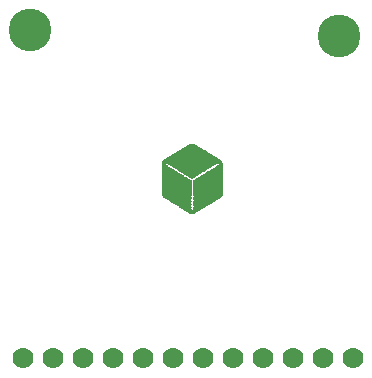
<source format=gbr>
G04 EAGLE Gerber RS-274X export*
G75*
%MOMM*%
%FSLAX34Y34*%
%LPD*%
%INSoldermask Bottom*%
%IPPOS*%
%AMOC8*
5,1,8,0,0,1.08239X$1,22.5*%
G01*
%ADD10C,3.617600*%
%ADD11C,1.778000*%
%ADD12R,0.203200X0.025400*%
%ADD13R,0.304800X0.025400*%
%ADD14R,0.406400X0.025400*%
%ADD15R,0.457200X0.025400*%
%ADD16R,0.558800X0.025400*%
%ADD17R,0.660400X0.025400*%
%ADD18R,0.711200X0.025400*%
%ADD19R,0.812800X0.025400*%
%ADD20R,0.914400X0.025400*%
%ADD21R,0.965200X0.025400*%
%ADD22R,1.066800X0.025400*%
%ADD23R,1.168400X0.025400*%
%ADD24R,1.219200X0.025400*%
%ADD25R,1.320800X0.025400*%
%ADD26R,0.685800X0.025400*%
%ADD27R,0.762000X0.025400*%
%ADD28R,0.838200X0.025400*%
%ADD29R,0.889000X0.025400*%
%ADD30R,0.939800X0.025400*%
%ADD31R,1.016000X0.025400*%
%ADD32R,1.092200X0.025400*%
%ADD33R,1.143000X0.025400*%
%ADD34R,1.270000X0.025400*%
%ADD35R,1.295400X0.025400*%
%ADD36R,1.346200X0.025400*%
%ADD37R,1.397000X0.025400*%
%ADD38R,1.422400X0.025400*%
%ADD39R,1.473200X0.025400*%
%ADD40R,1.524000X0.025400*%
%ADD41R,1.549400X0.025400*%
%ADD42R,1.600200X0.025400*%
%ADD43R,1.625600X0.025400*%
%ADD44R,1.651000X0.025400*%
%ADD45R,1.676400X0.025400*%
%ADD46R,1.727200X0.025400*%
%ADD47R,1.752600X0.025400*%
%ADD48R,1.803400X0.025400*%
%ADD49R,1.854200X0.025400*%
%ADD50R,1.879600X0.025400*%
%ADD51R,1.930400X0.025400*%
%ADD52R,1.981200X0.025400*%
%ADD53R,2.006600X0.025400*%
%ADD54R,2.057400X0.025400*%
%ADD55R,2.108200X0.025400*%
%ADD56R,2.133600X0.025400*%
%ADD57R,2.184400X0.025400*%
%ADD58R,2.209800X0.025400*%
%ADD59R,2.260600X0.025400*%
%ADD60R,2.311400X0.025400*%
%ADD61R,2.336800X0.025400*%
%ADD62R,2.362200X0.025400*%
%ADD63R,2.387600X0.025400*%
%ADD64R,2.413000X0.025400*%
%ADD65R,2.438400X0.025400*%
%ADD66R,2.463800X0.025400*%
%ADD67R,2.235200X0.025400*%
%ADD68R,0.050800X0.025400*%
%ADD69R,0.101600X0.025400*%
%ADD70R,0.355600X0.025400*%
%ADD71R,0.533400X0.025400*%
%ADD72R,0.609600X0.025400*%
%ADD73R,1.778000X0.025400*%
%ADD74R,0.863600X0.025400*%
%ADD75R,1.117600X0.025400*%
%ADD76R,1.371600X0.025400*%
%ADD77R,1.447800X0.025400*%
%ADD78R,1.193800X0.025400*%
%ADD79R,2.032000X0.025400*%
%ADD80R,2.286000X0.025400*%
%ADD81R,2.540000X0.025400*%
%ADD82R,2.590800X0.025400*%
%ADD83R,2.692400X0.025400*%
%ADD84R,2.794000X0.025400*%
%ADD85R,2.844800X0.025400*%
%ADD86R,0.736600X0.025400*%
%ADD87R,2.946400X0.025400*%
%ADD88R,3.048000X0.025400*%
%ADD89R,0.635000X0.025400*%
%ADD90R,3.098800X0.025400*%
%ADD91R,3.200400X0.025400*%
%ADD92R,3.276600X0.025400*%
%ADD93R,0.508000X0.025400*%
%ADD94R,3.352800X0.025400*%
%ADD95R,0.482600X0.025400*%
%ADD96R,3.454400X0.025400*%
%ADD97R,0.431800X0.025400*%
%ADD98R,3.505200X0.025400*%
%ADD99R,3.606800X0.025400*%
%ADD100R,0.381000X0.025400*%
%ADD101R,3.708400X0.025400*%
%ADD102R,0.330200X0.025400*%
%ADD103R,3.759200X0.025400*%
%ADD104R,3.860800X0.025400*%
%ADD105R,3.962400X0.025400*%
%ADD106R,4.013200X0.025400*%
%ADD107R,4.114800X0.025400*%
%ADD108R,4.216400X0.025400*%
%ADD109R,5.130800X0.025400*%
%ADD110R,5.080000X0.025400*%
%ADD111R,5.029200X0.025400*%
%ADD112R,5.003800X0.025400*%
%ADD113R,4.978400X0.025400*%
%ADD114R,4.902200X0.025400*%
%ADD115R,4.826000X0.025400*%
%ADD116R,4.724400X0.025400*%
%ADD117R,4.648200X0.025400*%
%ADD118R,4.572000X0.025400*%
%ADD119R,4.495800X0.025400*%
%ADD120R,4.419600X0.025400*%
%ADD121R,4.318000X0.025400*%
%ADD122R,4.241800X0.025400*%
%ADD123R,4.165600X0.025400*%
%ADD124R,4.064000X0.025400*%
%ADD125R,3.987800X0.025400*%
%ADD126R,3.911600X0.025400*%
%ADD127R,3.810000X0.025400*%
%ADD128R,3.733800X0.025400*%
%ADD129R,3.657600X0.025400*%
%ADD130R,3.581400X0.025400*%
%ADD131R,3.403600X0.025400*%
%ADD132R,3.327400X0.025400*%
%ADD133R,3.251200X0.025400*%
%ADD134R,3.149600X0.025400*%
%ADD135R,3.073400X0.025400*%
%ADD136R,2.997200X0.025400*%
%ADD137R,2.895600X0.025400*%
%ADD138R,2.743200X0.025400*%
%ADD139R,2.641600X0.025400*%
%ADD140R,2.489200X0.025400*%
%ADD141R,1.828800X0.025400*%
%ADD142R,1.574800X0.025400*%
%ADD143R,1.498600X0.025400*%
%ADD144R,1.244600X0.025400*%


D10*
X25400Y303530D03*
X287020Y298450D03*
D11*
X19050Y25400D03*
X44450Y25400D03*
X69850Y25400D03*
X95250Y25400D03*
X120650Y25400D03*
X146050Y25400D03*
X171450Y25400D03*
X196850Y25400D03*
X222250Y25400D03*
X247650Y25400D03*
X273050Y25400D03*
X298450Y25400D03*
D12*
X162687Y147320D03*
D13*
X162687Y147574D03*
D14*
X162687Y147828D03*
D15*
X162687Y148082D03*
D16*
X162687Y148336D03*
D17*
X162687Y148590D03*
D18*
X162687Y148844D03*
D19*
X162687Y149098D03*
D20*
X162687Y149352D03*
D21*
X162687Y149606D03*
D22*
X162687Y149860D03*
D23*
X162687Y150114D03*
D24*
X162687Y150368D03*
D25*
X162687Y150622D03*
D17*
X166243Y150876D03*
D26*
X159004Y150876D03*
X166624Y151130D03*
X158750Y151130D03*
D18*
X167005Y151384D03*
X158369Y151384D03*
X167259Y151638D03*
X158115Y151638D03*
D27*
X167513Y151892D03*
X157861Y151892D03*
D19*
X167767Y152146D03*
X157607Y152146D03*
D28*
X167894Y152400D03*
X157480Y152400D03*
D29*
X168148Y152654D03*
X157226Y152654D03*
D30*
X168402Y152908D03*
X156972Y152908D03*
D21*
X168529Y153162D03*
X156845Y153162D03*
D31*
X168783Y153416D03*
X156591Y153416D03*
D22*
X169037Y153670D03*
X156337Y153670D03*
D32*
X169164Y153924D03*
X156210Y153924D03*
D33*
X169418Y154178D03*
X155956Y154178D03*
D23*
X169545Y154432D03*
X155829Y154432D03*
D24*
X169799Y154686D03*
X155575Y154686D03*
D34*
X170053Y154940D03*
X155321Y154940D03*
D35*
X170180Y155194D03*
X155194Y155194D03*
D36*
X170434Y155448D03*
X154940Y155448D03*
D37*
X170688Y155702D03*
X154686Y155702D03*
D38*
X170815Y155956D03*
X154559Y155956D03*
D39*
X171069Y156210D03*
X154305Y156210D03*
D40*
X171323Y156464D03*
X154051Y156464D03*
D41*
X171450Y156718D03*
X153924Y156718D03*
D42*
X171704Y156972D03*
X153670Y156972D03*
D43*
X171831Y157226D03*
D44*
X153416Y157226D03*
D45*
X172085Y157480D03*
X153289Y157480D03*
D46*
X172339Y157734D03*
X153035Y157734D03*
D47*
X172466Y157988D03*
X152908Y157988D03*
D48*
X172720Y158242D03*
X152654Y158242D03*
D49*
X172974Y158496D03*
X152400Y158496D03*
D50*
X173101Y158750D03*
X152273Y158750D03*
D51*
X173355Y159004D03*
X152019Y159004D03*
D52*
X173609Y159258D03*
X151765Y159258D03*
D53*
X173736Y159512D03*
X151638Y159512D03*
D54*
X173990Y159766D03*
X151384Y159766D03*
D55*
X174244Y160020D03*
X151130Y160020D03*
D56*
X174371Y160274D03*
X151003Y160274D03*
D57*
X174625Y160528D03*
X150749Y160528D03*
D58*
X174752Y160782D03*
X150622Y160782D03*
D59*
X175006Y161036D03*
X150368Y161036D03*
D60*
X175260Y161290D03*
X150114Y161290D03*
D61*
X175387Y161544D03*
X149987Y161544D03*
D62*
X175514Y161798D03*
D63*
X149733Y161798D03*
X175641Y162052D03*
X149733Y162052D03*
D64*
X175768Y162306D03*
X149606Y162306D03*
D65*
X175895Y162560D03*
X149479Y162560D03*
X175895Y162814D03*
X149479Y162814D03*
D66*
X176022Y163068D03*
X149352Y163068D03*
X176022Y163322D03*
X149352Y163322D03*
X176022Y163576D03*
X149352Y163576D03*
X176022Y163830D03*
X149352Y163830D03*
X176022Y164084D03*
X149352Y164084D03*
X176022Y164338D03*
X149352Y164338D03*
X176022Y164592D03*
X149352Y164592D03*
X176022Y164846D03*
X149352Y164846D03*
X176022Y165100D03*
X149352Y165100D03*
X176022Y165354D03*
X149352Y165354D03*
X176022Y165608D03*
X149352Y165608D03*
X176022Y165862D03*
X149352Y165862D03*
X176022Y166116D03*
X149352Y166116D03*
X176022Y166370D03*
X149352Y166370D03*
X176022Y166624D03*
X149352Y166624D03*
X176022Y166878D03*
X149352Y166878D03*
X176022Y167132D03*
X149352Y167132D03*
X176022Y167386D03*
X149352Y167386D03*
X176022Y167640D03*
X149352Y167640D03*
X176022Y167894D03*
X149352Y167894D03*
X176022Y168148D03*
X149352Y168148D03*
X176022Y168402D03*
X149352Y168402D03*
X176022Y168656D03*
X149352Y168656D03*
X176022Y168910D03*
X149352Y168910D03*
X176022Y169164D03*
X149352Y169164D03*
X176022Y169418D03*
X149352Y169418D03*
X176022Y169672D03*
X149352Y169672D03*
X176022Y169926D03*
X149352Y169926D03*
X176022Y170180D03*
X149352Y170180D03*
X176022Y170434D03*
X149352Y170434D03*
X176022Y170688D03*
X149352Y170688D03*
X176022Y170942D03*
X149352Y170942D03*
X176022Y171196D03*
X149352Y171196D03*
X176022Y171450D03*
X149352Y171450D03*
X176022Y171704D03*
X149352Y171704D03*
X176022Y171958D03*
X149352Y171958D03*
X176022Y172212D03*
X149352Y172212D03*
X176022Y172466D03*
X149352Y172466D03*
X176022Y172720D03*
X149352Y172720D03*
X176022Y172974D03*
X149352Y172974D03*
X176022Y173228D03*
X149352Y173228D03*
X176022Y173482D03*
X149352Y173482D03*
X176022Y173736D03*
X149352Y173736D03*
X176022Y173990D03*
X149352Y173990D03*
X176022Y174244D03*
X149352Y174244D03*
X176022Y174498D03*
X149352Y174498D03*
X176022Y174752D03*
X149352Y174752D03*
X176022Y175006D03*
X149352Y175006D03*
X176022Y175260D03*
X149352Y175260D03*
X176022Y175514D03*
X149352Y175514D03*
D65*
X176149Y175768D03*
X149225Y175768D03*
D63*
X176403Y176022D03*
X148971Y176022D03*
D61*
X176657Y176276D03*
X148717Y176276D03*
D60*
X176784Y176530D03*
X148590Y176530D03*
D59*
X177038Y176784D03*
X148336Y176784D03*
D67*
X177165Y177038D03*
D58*
X148082Y177038D03*
D57*
X177419Y177292D03*
D68*
X162687Y177292D03*
D57*
X147955Y177292D03*
D56*
X177673Y177546D03*
D69*
X162687Y177546D03*
D56*
X147701Y177546D03*
D55*
X177800Y177800D03*
D12*
X162687Y177800D03*
D55*
X147574Y177800D03*
D54*
X178054Y178054D03*
D13*
X162687Y178054D03*
D54*
X147320Y178054D03*
D53*
X178308Y178308D03*
D70*
X162687Y178308D03*
D53*
X147066Y178308D03*
D52*
X178435Y178562D03*
D15*
X162687Y178562D03*
D52*
X146939Y178562D03*
D51*
X178689Y178816D03*
D71*
X162560Y178816D03*
D51*
X146685Y178816D03*
D50*
X178943Y179070D03*
D72*
X162687Y179070D03*
D50*
X146431Y179070D03*
D49*
X179070Y179324D03*
D18*
X162687Y179324D03*
D49*
X146304Y179324D03*
D48*
X179324Y179578D03*
D27*
X162687Y179578D03*
D48*
X146050Y179578D03*
D73*
X179451Y179832D03*
D74*
X162687Y179832D03*
D47*
X145796Y179832D03*
D46*
X179705Y180086D03*
D21*
X162687Y180086D03*
D46*
X145669Y180086D03*
D45*
X179959Y180340D03*
D31*
X162687Y180340D03*
D45*
X145415Y180340D03*
D44*
X180086Y180594D03*
D75*
X162687Y180594D03*
D44*
X145288Y180594D03*
D42*
X180340Y180848D03*
D24*
X162687Y180848D03*
D42*
X145034Y180848D03*
D41*
X180594Y181102D03*
D34*
X162687Y181102D03*
D41*
X144780Y181102D03*
D40*
X180721Y181356D03*
D76*
X162687Y181356D03*
D40*
X144653Y181356D03*
D39*
X180975Y181610D03*
D77*
X162560Y181610D03*
D39*
X144399Y181610D03*
D38*
X181229Y181864D03*
D40*
X162687Y181864D03*
D38*
X144145Y181864D03*
D37*
X181356Y182118D03*
D43*
X162687Y182118D03*
D37*
X144018Y182118D03*
D36*
X181610Y182372D03*
D45*
X162687Y182372D03*
D36*
X143764Y182372D03*
D25*
X181737Y182626D03*
D73*
X162687Y182626D03*
D35*
X143510Y182626D03*
D34*
X181991Y182880D03*
D50*
X162687Y182880D03*
D34*
X143383Y182880D03*
D24*
X182245Y183134D03*
D51*
X162687Y183134D03*
D24*
X143129Y183134D03*
D78*
X182372Y183388D03*
D79*
X162687Y183388D03*
D78*
X143002Y183388D03*
D33*
X182626Y183642D03*
D56*
X162687Y183642D03*
D33*
X142748Y183642D03*
D32*
X182880Y183896D03*
D57*
X162687Y183896D03*
D32*
X142494Y183896D03*
D22*
X183007Y184150D03*
D80*
X162687Y184150D03*
D22*
X142367Y184150D03*
D31*
X183261Y184404D03*
D62*
X162560Y184404D03*
D31*
X142113Y184404D03*
D21*
X183515Y184658D03*
D65*
X162687Y184658D03*
D21*
X141859Y184658D03*
D30*
X183642Y184912D03*
D81*
X162687Y184912D03*
D30*
X141732Y184912D03*
D29*
X183896Y185166D03*
D82*
X162687Y185166D03*
D29*
X141478Y185166D03*
D74*
X184023Y185420D03*
D83*
X162687Y185420D03*
D28*
X141224Y185420D03*
D19*
X184277Y185674D03*
D84*
X162687Y185674D03*
D19*
X141097Y185674D03*
D27*
X184531Y185928D03*
D85*
X162687Y185928D03*
D27*
X140843Y185928D03*
D86*
X184658Y186182D03*
D87*
X162687Y186182D03*
D86*
X140716Y186182D03*
D26*
X184912Y186436D03*
D88*
X162687Y186436D03*
D26*
X140462Y186436D03*
D89*
X185166Y186690D03*
D90*
X162687Y186690D03*
D89*
X140208Y186690D03*
D72*
X185293Y186944D03*
D91*
X162687Y186944D03*
D72*
X140081Y186944D03*
D16*
X185547Y187198D03*
D92*
X162560Y187198D03*
D16*
X139827Y187198D03*
D93*
X185801Y187452D03*
D94*
X162687Y187452D03*
D93*
X139573Y187452D03*
D95*
X185928Y187706D03*
D96*
X162687Y187706D03*
D95*
X139446Y187706D03*
D97*
X186182Y187960D03*
D98*
X162687Y187960D03*
D97*
X139192Y187960D03*
D14*
X186309Y188214D03*
D99*
X162687Y188214D03*
D100*
X138938Y188214D03*
D70*
X186563Y188468D03*
D101*
X162687Y188468D03*
D70*
X138811Y188468D03*
D102*
X186690Y188722D03*
D103*
X162687Y188722D03*
D102*
X138684Y188722D03*
X186690Y188976D03*
D104*
X162687Y188976D03*
D102*
X138684Y188976D03*
X186690Y189230D03*
D105*
X162687Y189230D03*
D102*
X138684Y189230D03*
X186690Y189484D03*
D106*
X162687Y189484D03*
D102*
X138684Y189484D03*
D70*
X186563Y189738D03*
D107*
X162687Y189738D03*
D70*
X138811Y189738D03*
D100*
X186436Y189992D03*
D108*
X162687Y189992D03*
D100*
X138938Y189992D03*
D109*
X162687Y190246D03*
X162687Y190500D03*
X162687Y190754D03*
X162687Y191008D03*
D110*
X162687Y191262D03*
X162687Y191516D03*
D111*
X162687Y191770D03*
D112*
X162560Y192024D03*
D113*
X162687Y192278D03*
D114*
X162560Y192532D03*
D115*
X162687Y192786D03*
D116*
X162687Y193040D03*
D117*
X162560Y193294D03*
D118*
X162687Y193548D03*
D119*
X162560Y193802D03*
D120*
X162687Y194056D03*
D121*
X162687Y194310D03*
D122*
X162560Y194564D03*
D123*
X162687Y194818D03*
D124*
X162687Y195072D03*
D125*
X162560Y195326D03*
D126*
X162687Y195580D03*
D127*
X162687Y195834D03*
D128*
X162560Y196088D03*
D129*
X162687Y196342D03*
D130*
X162560Y196596D03*
D98*
X162687Y196850D03*
D131*
X162687Y197104D03*
D132*
X162560Y197358D03*
D133*
X162687Y197612D03*
D134*
X162687Y197866D03*
D135*
X162560Y198120D03*
D136*
X162687Y198374D03*
D137*
X162687Y198628D03*
D85*
X162687Y198882D03*
D138*
X162687Y199136D03*
D139*
X162687Y199390D03*
D82*
X162687Y199644D03*
D140*
X162687Y199898D03*
D64*
X162560Y200152D03*
D61*
X162687Y200406D03*
D141*
X162687Y201930D03*
D46*
X162687Y202184D03*
D45*
X162687Y202438D03*
D142*
X162687Y202692D03*
D143*
X162560Y202946D03*
D38*
X162687Y203200D03*
D25*
X162687Y203454D03*
D144*
X162560Y203708D03*
D23*
X162687Y203962D03*
D22*
X162687Y204216D03*
D31*
X162687Y204470D03*
D20*
X162687Y204724D03*
D19*
X162687Y204978D03*
D27*
X162687Y205232D03*
D17*
X162687Y205486D03*
D16*
X162687Y205740D03*
D93*
X162687Y205994D03*
D14*
X162687Y206248D03*
D102*
X162560Y206502D03*
D141*
X164719Y200660D03*
D59*
X162560Y200660D03*
D58*
X162560Y200914D03*
D54*
X162560Y201168D03*
D52*
X162687Y201422D03*
D51*
X162687Y201676D03*
M02*

</source>
